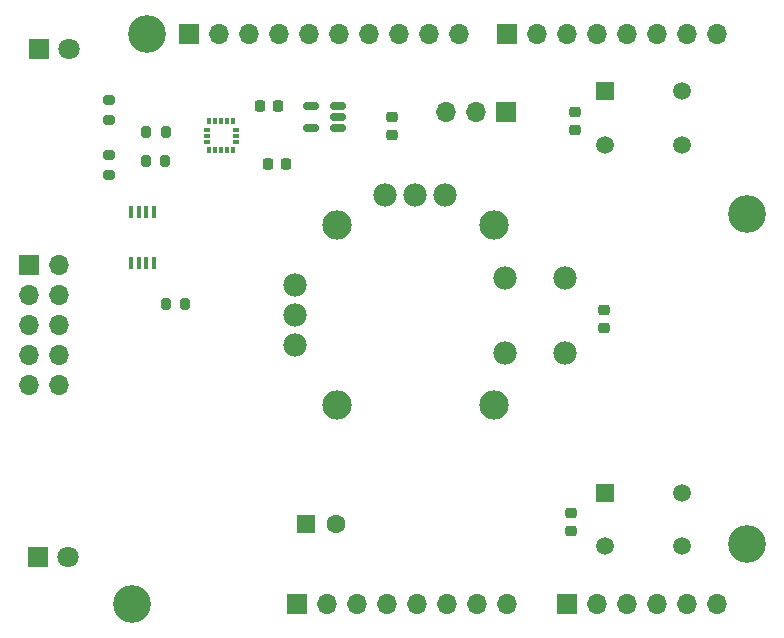
<source format=gbr>
%TF.GenerationSoftware,KiCad,Pcbnew,7.0.2-0*%
%TF.CreationDate,2023-11-21T13:06:45-05:00*%
%TF.ProjectId,ControllerShield,436f6e74-726f-46c6-9c65-72536869656c,rev?*%
%TF.SameCoordinates,Original*%
%TF.FileFunction,Soldermask,Top*%
%TF.FilePolarity,Negative*%
%FSLAX46Y46*%
G04 Gerber Fmt 4.6, Leading zero omitted, Abs format (unit mm)*
G04 Created by KiCad (PCBNEW 7.0.2-0) date 2023-11-21 13:06:45*
%MOMM*%
%LPD*%
G01*
G04 APERTURE LIST*
G04 Aperture macros list*
%AMRoundRect*
0 Rectangle with rounded corners*
0 $1 Rounding radius*
0 $2 $3 $4 $5 $6 $7 $8 $9 X,Y pos of 4 corners*
0 Add a 4 corners polygon primitive as box body*
4,1,4,$2,$3,$4,$5,$6,$7,$8,$9,$2,$3,0*
0 Add four circle primitives for the rounded corners*
1,1,$1+$1,$2,$3*
1,1,$1+$1,$4,$5*
1,1,$1+$1,$6,$7*
1,1,$1+$1,$8,$9*
0 Add four rect primitives between the rounded corners*
20,1,$1+$1,$2,$3,$4,$5,0*
20,1,$1+$1,$4,$5,$6,$7,0*
20,1,$1+$1,$6,$7,$8,$9,0*
20,1,$1+$1,$8,$9,$2,$3,0*%
G04 Aperture macros list end*
%ADD10R,1.700000X1.700000*%
%ADD11O,1.700000X1.700000*%
%ADD12R,1.800000X1.800000*%
%ADD13C,1.800000*%
%ADD14RoundRect,0.225000X0.250000X-0.225000X0.250000X0.225000X-0.250000X0.225000X-0.250000X-0.225000X0*%
%ADD15RoundRect,0.200000X-0.200000X-0.275000X0.200000X-0.275000X0.200000X0.275000X-0.200000X0.275000X0*%
%ADD16RoundRect,0.200000X-0.275000X0.200000X-0.275000X-0.200000X0.275000X-0.200000X0.275000X0.200000X0*%
%ADD17C,1.982000*%
%ADD18C,2.490000*%
%ADD19R,1.498600X1.498600*%
%ADD20C,1.498600*%
%ADD21RoundRect,0.225000X0.225000X0.250000X-0.225000X0.250000X-0.225000X-0.250000X0.225000X-0.250000X0*%
%ADD22R,0.400000X1.100000*%
%ADD23C,3.200000*%
%ADD24RoundRect,0.225000X-0.250000X0.225000X-0.250000X-0.225000X0.250000X-0.225000X0.250000X0.225000X0*%
%ADD25RoundRect,0.150000X0.512500X0.150000X-0.512500X0.150000X-0.512500X-0.150000X0.512500X-0.150000X0*%
%ADD26RoundRect,0.087500X-0.087500X0.187500X-0.087500X-0.187500X0.087500X-0.187500X0.087500X0.187500X0*%
%ADD27RoundRect,0.087500X-0.187500X0.087500X-0.187500X-0.087500X0.187500X-0.087500X0.187500X0.087500X0*%
%ADD28R,1.600000X1.600000*%
%ADD29C,1.600000*%
G04 APERTURE END LIST*
D10*
%TO.C,J1*%
X149890000Y-138655000D03*
D11*
X152430000Y-138655000D03*
X154970000Y-138655000D03*
X157510000Y-138655000D03*
X160050000Y-138655000D03*
X162590000Y-138655000D03*
X165130000Y-138655000D03*
X167670000Y-138655000D03*
%TD*%
D10*
%TO.C,J3*%
X172750000Y-138655000D03*
D11*
X175290000Y-138655000D03*
X177830000Y-138655000D03*
X180370000Y-138655000D03*
X182910000Y-138655000D03*
X185450000Y-138655000D03*
%TD*%
D10*
%TO.C,J2*%
X140746000Y-90395000D03*
D11*
X143286000Y-90395000D03*
X145826000Y-90395000D03*
X148366000Y-90395000D03*
X150906000Y-90395000D03*
X153446000Y-90395000D03*
X155986000Y-90395000D03*
X158526000Y-90395000D03*
X161066000Y-90395000D03*
X163606000Y-90395000D03*
%TD*%
D10*
%TO.C,J4*%
X167670000Y-90395000D03*
D11*
X170210000Y-90395000D03*
X172750000Y-90395000D03*
X175290000Y-90395000D03*
X177830000Y-90395000D03*
X180370000Y-90395000D03*
X182910000Y-90395000D03*
X185450000Y-90395000D03*
%TD*%
D12*
%TO.C,D1*%
X128025000Y-134650000D03*
D13*
X130565000Y-134650000D03*
%TD*%
D14*
%TO.C,C3*%
X173100000Y-132475000D03*
X173100000Y-130925000D03*
%TD*%
D15*
%TO.C,R2*%
X137150000Y-98720000D03*
X138800000Y-98720000D03*
%TD*%
D16*
%TO.C,R4*%
X134000000Y-96000000D03*
X134000000Y-97650000D03*
%TD*%
D17*
%TO.C,U1*%
X172650000Y-111020000D03*
X172650000Y-117370000D03*
X167570000Y-111020000D03*
X167570000Y-117370000D03*
X149790000Y-111655000D03*
X149790000Y-114195000D03*
X149790000Y-116735000D03*
D18*
X166617500Y-106575000D03*
X153282500Y-106575000D03*
X153282500Y-121815000D03*
X166617500Y-121815000D03*
D17*
X162490000Y-104035000D03*
X159950000Y-104035000D03*
X157410000Y-104035000D03*
%TD*%
D12*
%TO.C,D2*%
X128075000Y-91700000D03*
D13*
X130615000Y-91700000D03*
%TD*%
D19*
%TO.C,SW1*%
X175999999Y-129260599D03*
D20*
X182500001Y-129260599D03*
X175999999Y-133760600D03*
X182500001Y-133760600D03*
%TD*%
D21*
%TO.C,C1*%
X148300000Y-96500000D03*
X146750000Y-96500000D03*
%TD*%
D22*
%TO.C,U4*%
X137825000Y-105450000D03*
X137175000Y-105450000D03*
X136525000Y-105450000D03*
X135875000Y-105450000D03*
X135875000Y-109750000D03*
X136525000Y-109750000D03*
X137175000Y-109750000D03*
X137825000Y-109750000D03*
%TD*%
D14*
%TO.C,C6*%
X173450000Y-98525000D03*
X173450000Y-96975000D03*
%TD*%
D15*
%TO.C,R5*%
X138825000Y-113250000D03*
X140475000Y-113250000D03*
%TD*%
D19*
%TO.C,SW2*%
X175999999Y-95260599D03*
D20*
X182500001Y-95260599D03*
X175999999Y-99760600D03*
X182500001Y-99760600D03*
%TD*%
D23*
%TO.C,MH1*%
X137190000Y-90395000D03*
%TD*%
D16*
%TO.C,R3*%
X134000000Y-100675000D03*
X134000000Y-102325000D03*
%TD*%
D24*
%TO.C,C4*%
X157950000Y-97400000D03*
X157950000Y-98950000D03*
%TD*%
D25*
%TO.C,U3*%
X153387500Y-98400000D03*
X153387500Y-97450000D03*
X153387500Y-96500000D03*
X151112500Y-96500000D03*
X151112500Y-98400000D03*
%TD*%
D21*
%TO.C,C2*%
X149000000Y-101445000D03*
X147450000Y-101445000D03*
%TD*%
D24*
%TO.C,C7*%
X175900000Y-113775000D03*
X175900000Y-115325000D03*
%TD*%
D15*
%TO.C,R1*%
X137125000Y-101195000D03*
X138775000Y-101195000D03*
%TD*%
D10*
%TO.C,J5*%
X127210000Y-109920000D03*
D11*
X129750000Y-109920000D03*
X127210000Y-112460000D03*
X129750000Y-112460000D03*
X127210000Y-115000000D03*
X129750000Y-115000000D03*
X127210000Y-117540000D03*
X129750000Y-117540000D03*
X127210000Y-120080000D03*
X129750000Y-120080000D03*
%TD*%
D26*
%TO.C,U2*%
X144495000Y-97790000D03*
X143995000Y-97790000D03*
X143495000Y-97790000D03*
X142995000Y-97790000D03*
X142495000Y-97790000D03*
D27*
X142270000Y-98515000D03*
X142270000Y-99015000D03*
X142270000Y-99515000D03*
D26*
X142495000Y-100240000D03*
X142995000Y-100240000D03*
X143495000Y-100240000D03*
X143995000Y-100240000D03*
X144495000Y-100240000D03*
D27*
X144720000Y-99515000D03*
X144720000Y-99015000D03*
X144720000Y-98515000D03*
%TD*%
D10*
%TO.C,J6*%
X167580000Y-97000000D03*
D11*
X165040000Y-97000000D03*
X162500000Y-97000000D03*
%TD*%
D23*
%TO.C,MH2*%
X135920000Y-138655000D03*
%TD*%
%TO.C,MH3*%
X187990000Y-105635000D03*
%TD*%
%TO.C,MH4*%
X187990000Y-133575000D03*
%TD*%
D28*
%TO.C,C5*%
X150717621Y-131900000D03*
D29*
X153217621Y-131900000D03*
%TD*%
M02*

</source>
